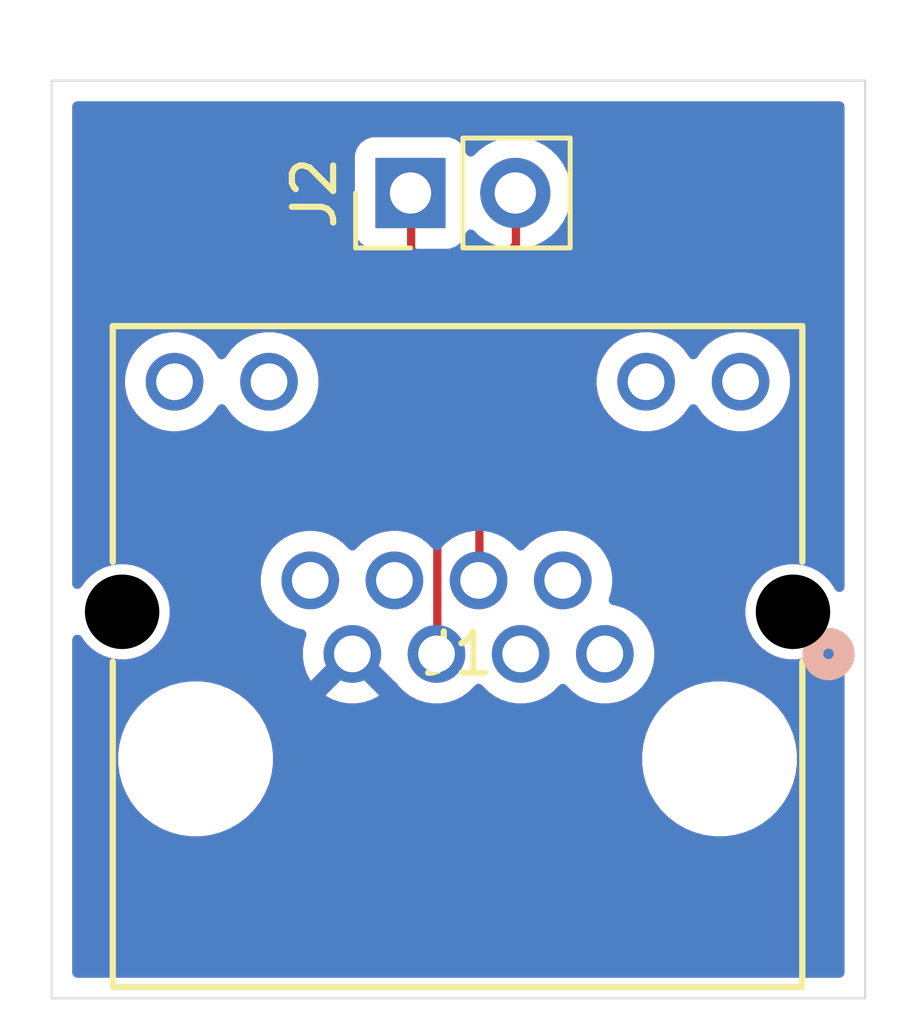
<source format=kicad_pcb>
(kicad_pcb (version 20241229) (generator "pcbnew") (generator_version "9.0")
  (layers (0 "F.Cu" signal) (2 "B.Cu" signal) (13 "F.Paste" user) (15 "B.Paste" user) (5 "F.SilkS" user "F.Silkscreen") (7 "B.SilkS" user "B.Silkscreen") (1 "F.Mask" user) (3 "B.Mask" user) (25 "Edge.Cuts" user))
  (net 0 "")
  (net 3 "/CANL")
  (net 5 "/CANH")
  (net 11 "GND")
  (footprint "footprints:CONN12_R-RJ45_CKM" (layer "F.Cu") (at 28.41 28.88)
    (property "Reference" "J1" (at -3.57 0 0) (layer "F.SilkS"))
    (property "Value" "Cantact")
    (fp_line (start -11.9266 -7.936999) (end -11.9266 -2.233464) (stroke (width 0.1524)) (layer "F.SilkS"))
    (fp_line (start -11.9266 0.193463) (end -11.9266 8.065001) (stroke (width 0.1524)) (layer "F.SilkS"))
    (fp_line (start -11.9266 8.065001) (end 4.7866 8.065001) (stroke (width 0.1524)) (layer "F.SilkS"))
    (fp_line (start 4.7866 -7.936999) (end -11.9266 -7.936999) (stroke (width 0.1524)) (layer "F.SilkS"))
    (fp_line (start 4.7866 -2.233464) (end 4.7866 -7.936999) (stroke (width 0.1524)) (layer "F.SilkS"))
    (fp_line (start 4.7866 8.065001) (end 4.7866 0.193463) (stroke (width 0.1524)) (layer "F.SilkS"))
    (fp_arc (start 5.8026 0) (mid 5.564127 0.353337) (end 5.147235 0.264358) (stroke (width 0.508)) (layer "F.SilkS"))
    (fp_circle (center 5.4216 0) (end 5.8026 0) (stroke (width 0.508)) (fill no) (layer "B.SilkS"))
    (pad "" np_thru_hole circle (at -11.699999 -1.02) (size 1.8034 1.8034) (drill 1.8034) (layers))
    (pad "" np_thru_hole circle (at -9.92 2.54) (size 3.2512 3.2512) (drill 3.2512) (layers "*.Cu" "*.Mask"))
    (pad "" np_thru_hole circle (at 2.78 2.54) (size 3.2512 3.2512) (drill 3.2512) (layers "*.Cu" "*.Mask"))
    (pad "" np_thru_hole circle (at 4.559999 -1.02) (size 1.8034 1.8034) (drill 1.8034) (layers))
    (pad "1" thru_hole circle (at 0 0) (size 1.397 1.397) (drill 0.889) (layers "*.Cu" "*.Mask"))
    (pad "2" thru_hole circle (at -1.02 -1.779999) (size 1.397 1.397) (drill 0.889) (layers "*.Cu" "*.Mask"))
    (pad "3" thru_hole circle (at -2.040001 0) (size 1.397 1.397) (drill 0.889) (layers "*.Cu" "*.Mask"))
    (pad "4" thru_hole circle (at -3.060001 -1.779999) (size 1.397 1.397) (drill 0.889) (layers "*.Cu" "*.Mask") (net 5 "/CANH"))
    (pad "5" thru_hole circle (at -4.079999 0) (size 1.397 1.397) (drill 0.889) (layers "*.Cu" "*.Mask") (net 3 "/CANL"))
    (pad "6" thru_hole circle (at -5.1 -1.779999) (size 1.397 1.397) (drill 0.889) (layers "*.Cu" "*.Mask"))
    (pad "7" thru_hole circle (at -6.12 0) (size 1.397 1.397) (drill 0.889) (layers "*.Cu" "*.Mask") (net 11 "GND"))
    (pad "8" thru_hole circle (at -7.140001 -1.779999) (size 1.397 1.397) (drill 0.889) (layers "*.Cu" "*.Mask"))
    (pad "9" thru_hole circle (at -10.429999 -6.59) (size 1.397 1.397) (drill 0.889) (layers "*.Cu" "*.Mask"))
    (pad "10" thru_hole circle (at -8.139999 -6.59) (size 1.397 1.397) (drill 0.889) (layers "*.Cu" "*.Mask"))
    (pad "11" thru_hole circle (at 0.999998 -6.59) (size 1.397 1.397) (drill 0.889) (layers "*.Cu" "*.Mask"))
    (pad "12" thru_hole circle (at 3.289998 -6.59) (size 1.397 1.397) (drill 0.889) (layers "*.Cu" "*.Mask"))
  )
  (footprint "Connector_PinHeader_2.54mm:PinHeader_1x02_P2.54mm_Vertical" (layer "F.Cu") (at 23.7 17.72 90)
    (property "Reference" "J2" (at 0 -2.33 90) (layer "F.SilkS"))
    (property "Value" "Conn_01x02")
    (fp_line (start -1.33 -1.33) (end 0 -1.33) (stroke (width 0.12)) (layer "F.SilkS"))
    (fp_line (start -1.33 0) (end -1.33 -1.33) (stroke (width 0.12)) (layer "F.SilkS"))
    (fp_line (start 1.33 1.27) (end 1.33 3.87) (stroke (width 0.12)) (layer "F.SilkS"))
    (fp_line (start -1.33 1.27) (end 1.33 1.27) (stroke (width 0.12)) (layer "F.SilkS"))
    (fp_line (start -1.33 1.27) (end -1.33 3.87) (stroke (width 0.12)) (layer "F.SilkS"))
    (fp_line (start -1.33 3.87) (end 1.33 3.87) (stroke (width 0.12)) (layer "F.SilkS"))
    (pad "1" thru_hole rect (at 0 0 90) (size 1.7 1.7) (drill 1) (layers "*.Cu" "*.Mask") (net 3 "/CANL"))
    (pad "2" thru_hole oval (at 0 2.54 90) (size 1.7 1.7) (drill 1) (layers "*.Cu" "*.Mask") (net 5 "/CANH"))
  )
  (gr_rect (start 15 15) (end 34.72 37.22) (stroke (width 0.05)) (fill no) (layer "Edge.Cuts"))
  (segment (start 23.715 17.735) (end 23.7 17.72) (width 0.2) (layer "F.Cu") (net 3))
  (segment (start 24.35 28.860001) (end 24.35 19.72) (width 0.2) (layer "F.Cu") (net 3))
  (segment (start 24.35 19.72) (end 23.715 19.085) (width 0.2) (layer "F.Cu") (net 3))
  (segment (start 23.715 19.085) (end 23.715 17.735) (width 0.2) (layer "F.Cu") (net 3))
  (segment (start 24.330001 28.88) (end 24.35 28.860001) (width 0.2) (layer "F.Cu") (net 3))
  (segment (start 25.369998 19.860002) (end 26.255 18.975) (width 0.2) (layer "F.Cu") (net 5))
  (segment (start 25.369998 27.080002) (end 25.369998 19.860002) (width 0.2) (layer "F.Cu") (net 5))
  (segment (start 26.255 18.975) (end 26.255 17.735) (width 0.2) (layer "F.Cu") (net 5))
  (segment (start 26.255 17.735) (end 26.24 17.72) (width 0.2) (layer "F.Cu") (net 5))
  (segment (start 25.349999 27.100001) (end 25.369998 27.080002) (width 0.2) (layer "F.Cu") (net 5))
  (zone (net 11) (net_name "GND") (layers "F.Cu" "B.Cu") (connect_pads (clearance 0.5)) (min_thickness 0.25) (fill yes (thermal_gap 0.5) (thermal_bridge_width 0.5))
    (polygon (pts (xy 13.75 14.15) (xy 36.01 14.15) (xy 36.01 37.86) (xy 13.75 37.86)))
  )
)
</source>
